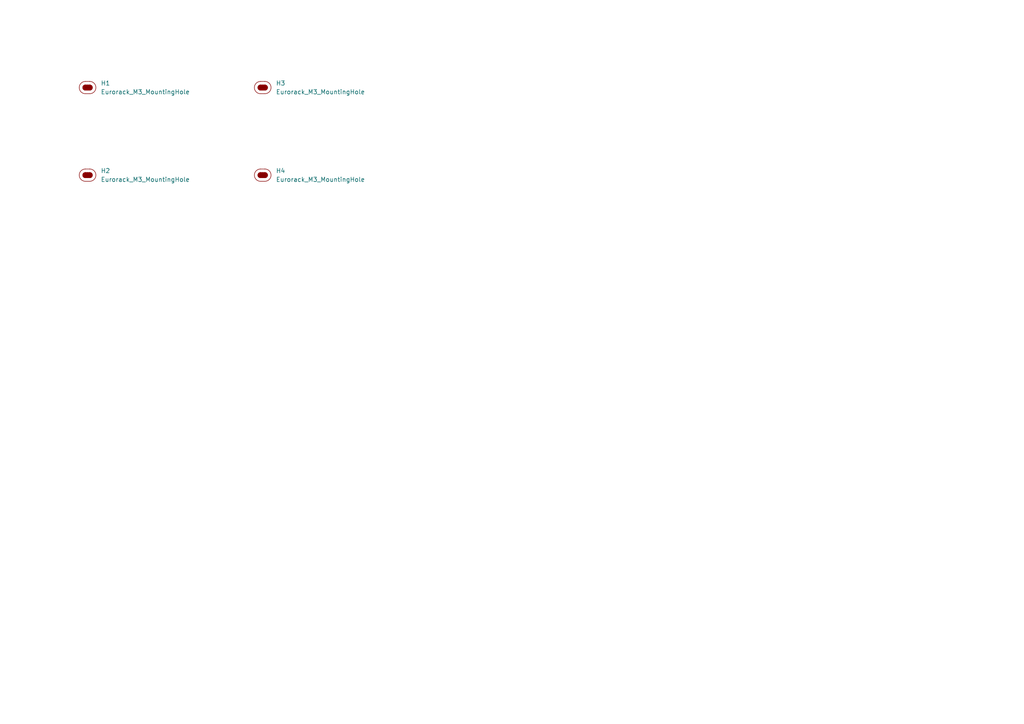
<source format=kicad_sch>
(kicad_sch (version 20250114) (generator "eeschema") (generator_version "9.0")
  (paper "A4")
  (lib_symbols
    (symbol "EXC:Eurorack_M3_MountingHole" (pin_names (offset 1.016))
      (property "Reference" "H" (at 0 5.08 0))
      (property "Value" "Eurorack_M3_MountingHole" (at 0 3.175 0))
      (symbol "Eurorack_M3_MountingHole_0_1"
        (polyline (pts (xy -0.635 0.762) (xy 0.635 0.762)))
        (circle (center -0.635 0) (radius 0.762) (fill (type outline)))
        (arc (start -0.635 -0.762) (mid -1.397 0) (end -0.635 0.762))
        (arc (start -0.635 -1.778) (mid -2.413 0) (end -0.635 1.778))
        (polyline (pts (xy -0.635 -0.762) (xy 0.635 -0.762)))
        (polyline (pts (xy -0.635 -1.778) (xy 0.635 -1.778)))
        (circle (center 0 0) (radius 0.762) (fill (type outline)))
        (polyline (pts (xy 0.635 1.778) (xy -0.635 1.778)))
        (arc (start 0.6141 1.778) (mid 2.4131 0) (end 0.6141 -1.778))
        (arc (start 0.6227 0.762) (mid 1.3971 0) (end 0.6227 -0.762))
        (circle (center 0.635 0) (radius 0.762) (fill (type outline)))
      )
    )
  )
  (symbol (lib_id "EXC:Eurorack_M3_MountingHole") (at 25.4 25.4 0) (unit 1)
    (property "Reference" "H1" (at 29.21 24.1299 0) (effects (justify left)))
    (property "Value" "Eurorack_M3_MountingHole" (at 29.21 26.6699 0) (effects (justify left)))
    (property "Footprint" "EXC:MountingHole_3.2mm_M3" (effects (hide yes)))
    (property "Description" "Mounting Hole without connection" (effects (hide yes)))
  )
  (symbol (lib_id "EXC:Eurorack_M3_MountingHole") (at 76.2 25.4 0) (unit 1)
    (property "Reference" "H3" (at 80.01 24.1299 0) (effects (justify left)))
    (property "Value" "Eurorack_M3_MountingHole" (at 80.01 26.6699 0) (effects (justify left)))
    (property "Footprint" "EXC:MountingHole_3.2mm_M3" (effects (hide yes)))
    (property "Description" "Mounting Hole without connection" (effects (hide yes)))
  )
  (symbol (lib_id "EXC:Eurorack_M3_MountingHole") (at 76.2 50.8 0) (unit 1)
    (property "Reference" "H4" (at 80.01 49.5299 0) (effects (justify left)))
    (property "Value" "Eurorack_M3_MountingHole" (at 80.01 52.0699 0) (effects (justify left)))
    (property "Footprint" "EXC:MountingHole_3.2mm_M3" (effects (hide yes)))
    (property "Description" "Mounting Hole without connection" (effects (hide yes)))
  )
  (symbol (lib_id "EXC:Eurorack_M3_MountingHole") (at 25.4 50.8 0) (unit 1)
    (property "Reference" "H2" (at 29.21 49.5299 0) (effects (justify left)))
    (property "Value" "Eurorack_M3_MountingHole" (at 29.21 52.0699 0) (effects (justify left)))
    (property "Footprint" "EXC:MountingHole_3.2mm_M3" (effects (hide yes)))
    (property "Description" "Mounting Hole without connection" (effects (hide yes)))
  )
)
</source>
